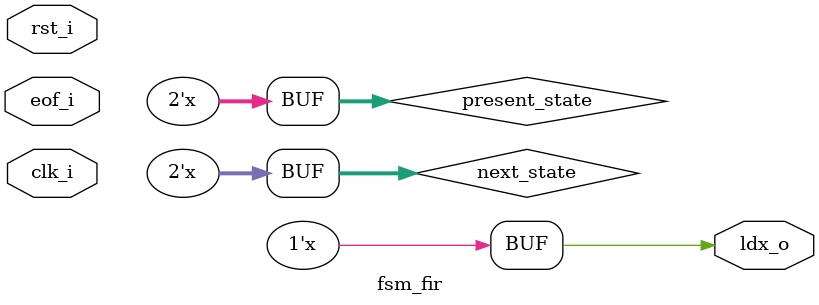
<source format=v>
module fsm_fir (
  input 		  clk_i,
  input 		  rst_i,
  input		    eof_i,
  output reg	ldx_o
);
	
	reg [1:0] present_state, next_state;
	
	always@(eof_i, present_state) begin
		present_state = next_state;
		case(present_state)
			0 : begin
					ldx_o = 0;
					if(eof_i)
						next_state = present_state;
					else
						next_state = 1;				
				end
			
			1 : begin
					ldx_o = 0;
					if(eof_i)
						next_state = 2;
					else
						next_state = present_state;
				end
			
			2 : begin
				ldx_o = 1;
				next_state = 0;
				end
		endcase		
	end
	
	always@(posedge clk_i, posedge rst_i) begin
		if(rst_i)
			present_state <= 0;
		else
			present_state <= next_state;	
	end
	
endmodule
</source>
